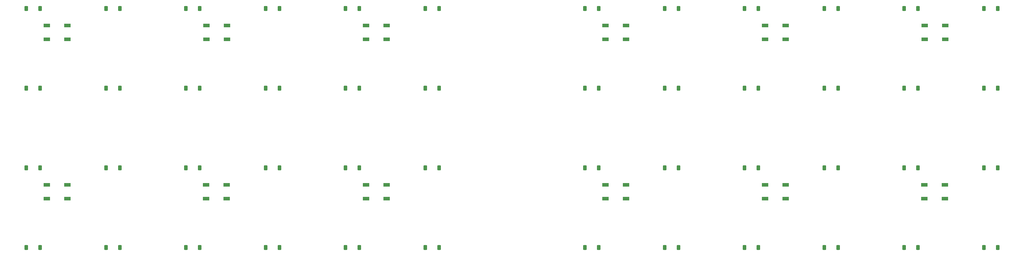
<source format=gbr>
%TF.GenerationSoftware,KiCad,Pcbnew,9.0.2*%
%TF.CreationDate,2025-09-07T11:59:17+03:00*%
%TF.ProjectId,eg48,65673438-2e6b-4696-9361-645f70636258,rev?*%
%TF.SameCoordinates,Original*%
%TF.FileFunction,Paste,Bot*%
%TF.FilePolarity,Positive*%
%FSLAX46Y46*%
G04 Gerber Fmt 4.6, Leading zero omitted, Abs format (unit mm)*
G04 Created by KiCad (PCBNEW 9.0.2) date 2025-09-07 11:59:17*
%MOMM*%
%LPD*%
G01*
G04 APERTURE LIST*
G04 Aperture macros list*
%AMRoundRect*
0 Rectangle with rounded corners*
0 $1 Rounding radius*
0 $2 $3 $4 $5 $6 $7 $8 $9 X,Y pos of 4 corners*
0 Add a 4 corners polygon primitive as box body*
4,1,4,$2,$3,$4,$5,$6,$7,$8,$9,$2,$3,0*
0 Add four circle primitives for the rounded corners*
1,1,$1+$1,$2,$3*
1,1,$1+$1,$4,$5*
1,1,$1+$1,$6,$7*
1,1,$1+$1,$8,$9*
0 Add four rect primitives between the rounded corners*
20,1,$1+$1,$2,$3,$4,$5,0*
20,1,$1+$1,$4,$5,$6,$7,0*
20,1,$1+$1,$6,$7,$8,$9,0*
20,1,$1+$1,$8,$9,$2,$3,0*%
G04 Aperture macros list end*
%ADD10RoundRect,0.225000X0.225000X0.375000X-0.225000X0.375000X-0.225000X-0.375000X0.225000X-0.375000X0*%
%ADD11RoundRect,0.090000X-0.660000X-0.360000X0.660000X-0.360000X0.660000X0.360000X-0.660000X0.360000X0*%
%ADD12RoundRect,0.090000X0.660000X0.360000X-0.660000X0.360000X-0.660000X-0.360000X0.660000X-0.360000X0*%
G04 APERTURE END LIST*
D10*
%TO.C,D25*%
X34670000Y-71120000D03*
X31370000Y-71120000D03*
%TD*%
%TO.C,D15*%
X72770000Y-52070000D03*
X69470000Y-52070000D03*
%TD*%
%TO.C,D40*%
X91820000Y-90170000D03*
X88520000Y-90170000D03*
%TD*%
D11*
%TO.C,LED11*%
X207735000Y-40385000D03*
X207735000Y-37085000D03*
X212635000Y-37085000D03*
X212635000Y-40385000D03*
%TD*%
D10*
%TO.C,D2*%
X53720000Y-33020000D03*
X50420000Y-33020000D03*
%TD*%
%TO.C,D32*%
X187070000Y-71120000D03*
X183770000Y-71120000D03*
%TD*%
%TO.C,D11*%
X244220000Y-33020000D03*
X240920000Y-33020000D03*
%TD*%
%TO.C,D17*%
X110870000Y-52070000D03*
X107570000Y-52070000D03*
%TD*%
D11*
%TO.C,LED12*%
X169635000Y-40385000D03*
X169635000Y-37085000D03*
X174535000Y-37085000D03*
X174535000Y-40385000D03*
%TD*%
D10*
%TO.C,D4*%
X91820000Y-33020000D03*
X88520000Y-33020000D03*
%TD*%
D12*
%TO.C,LED7*%
X174535000Y-75185000D03*
X174535000Y-78485000D03*
X169635000Y-78485000D03*
X169635000Y-75185000D03*
%TD*%
D10*
%TO.C,D27*%
X72770000Y-71120000D03*
X69470000Y-71120000D03*
%TD*%
D11*
%TO.C,LED3*%
X36285000Y-40385000D03*
X36285000Y-37085000D03*
X41185000Y-37085000D03*
X41185000Y-40385000D03*
%TD*%
D10*
%TO.C,D10*%
X225170000Y-33020000D03*
X221870000Y-33020000D03*
%TD*%
%TO.C,D29*%
X110870000Y-71120000D03*
X107570000Y-71120000D03*
%TD*%
%TO.C,D28*%
X91820000Y-71120000D03*
X88520000Y-71120000D03*
%TD*%
%TO.C,D46*%
X225170000Y-90170000D03*
X221870000Y-90170000D03*
%TD*%
%TO.C,D8*%
X187070000Y-33020000D03*
X183770000Y-33020000D03*
%TD*%
%TO.C,D24*%
X263270000Y-52070000D03*
X259970000Y-52070000D03*
%TD*%
%TO.C,D16*%
X91820000Y-52070000D03*
X88520000Y-52070000D03*
%TD*%
%TO.C,D21*%
X206120000Y-52070000D03*
X202820000Y-52070000D03*
%TD*%
%TO.C,D42*%
X129920000Y-90170000D03*
X126620000Y-90170000D03*
%TD*%
%TO.C,D30*%
X129920000Y-71120000D03*
X126620000Y-71120000D03*
%TD*%
%TO.C,D38*%
X53720000Y-90170000D03*
X50420000Y-90170000D03*
%TD*%
%TO.C,D39*%
X72770000Y-90170000D03*
X69470000Y-90170000D03*
%TD*%
D12*
%TO.C,LED8*%
X212635000Y-75185000D03*
X212635000Y-78485000D03*
X207735000Y-78485000D03*
X207735000Y-75185000D03*
%TD*%
D10*
%TO.C,D12*%
X263270000Y-33020000D03*
X259970000Y-33020000D03*
%TD*%
%TO.C,D22*%
X225170000Y-52070000D03*
X221870000Y-52070000D03*
%TD*%
%TO.C,D5*%
X110870000Y-33020000D03*
X107570000Y-33020000D03*
%TD*%
%TO.C,D19*%
X168020000Y-52070000D03*
X164720000Y-52070000D03*
%TD*%
D11*
%TO.C,LED2*%
X74385000Y-40385000D03*
X74385000Y-37085000D03*
X79285000Y-37085000D03*
X79285000Y-40385000D03*
%TD*%
D10*
%TO.C,D18*%
X129920000Y-52070000D03*
X126620000Y-52070000D03*
%TD*%
%TO.C,D36*%
X263270000Y-71120000D03*
X259970000Y-71120000D03*
%TD*%
%TO.C,D9*%
X206120000Y-33020000D03*
X202820000Y-33020000D03*
%TD*%
D11*
%TO.C,LED10*%
X245835000Y-40385000D03*
X245835000Y-37085000D03*
X250735000Y-37085000D03*
X250735000Y-40385000D03*
%TD*%
D10*
%TO.C,D35*%
X244220000Y-71120000D03*
X240920000Y-71120000D03*
%TD*%
%TO.C,D23*%
X244220000Y-52070000D03*
X240920000Y-52070000D03*
%TD*%
%TO.C,D41*%
X110870000Y-90170000D03*
X107570000Y-90170000D03*
%TD*%
%TO.C,D3*%
X72770000Y-33020000D03*
X69470000Y-33020000D03*
%TD*%
D12*
%TO.C,LED9*%
X250645000Y-75185000D03*
X250645000Y-78485000D03*
X245745000Y-78485000D03*
X245745000Y-75185000D03*
%TD*%
D10*
%TO.C,D43*%
X168020000Y-90170000D03*
X164720000Y-90170000D03*
%TD*%
%TO.C,D47*%
X244220000Y-90170000D03*
X240920000Y-90170000D03*
%TD*%
%TO.C,D34*%
X225170000Y-71120000D03*
X221870000Y-71120000D03*
%TD*%
%TO.C,D44*%
X187070000Y-90170000D03*
X183770000Y-90170000D03*
%TD*%
D12*
%TO.C,LED5*%
X79195000Y-75185000D03*
X79195000Y-78485000D03*
X74295000Y-78485000D03*
X74295000Y-75185000D03*
%TD*%
D10*
%TO.C,D33*%
X206120000Y-71120000D03*
X202820000Y-71120000D03*
%TD*%
%TO.C,D31*%
X168020000Y-71120000D03*
X164720000Y-71120000D03*
%TD*%
%TO.C,D14*%
X53720000Y-52070000D03*
X50420000Y-52070000D03*
%TD*%
D11*
%TO.C,LED1*%
X112485000Y-40385000D03*
X112485000Y-37085000D03*
X117385000Y-37085000D03*
X117385000Y-40385000D03*
%TD*%
D10*
%TO.C,D37*%
X34670000Y-90170000D03*
X31370000Y-90170000D03*
%TD*%
D12*
%TO.C,LED6*%
X117385000Y-75185000D03*
X117385000Y-78485000D03*
X112485000Y-78485000D03*
X112485000Y-75185000D03*
%TD*%
D10*
%TO.C,D6*%
X129920000Y-33020000D03*
X126620000Y-33020000D03*
%TD*%
%TO.C,D26*%
X53720000Y-71120000D03*
X50420000Y-71120000D03*
%TD*%
%TO.C,D13*%
X34670000Y-52070000D03*
X31370000Y-52070000D03*
%TD*%
D12*
%TO.C,LED4*%
X41185000Y-75185000D03*
X41185000Y-78485000D03*
X36285000Y-78485000D03*
X36285000Y-75185000D03*
%TD*%
D10*
%TO.C,D48*%
X263270000Y-90170000D03*
X259970000Y-90170000D03*
%TD*%
%TO.C,D1*%
X34670000Y-33020000D03*
X31370000Y-33020000D03*
%TD*%
%TO.C,D45*%
X206120000Y-90170000D03*
X202820000Y-90170000D03*
%TD*%
%TO.C,D20*%
X187070000Y-52070000D03*
X183770000Y-52070000D03*
%TD*%
%TO.C,D7*%
X168020000Y-33020000D03*
X164720000Y-33020000D03*
%TD*%
M02*

</source>
